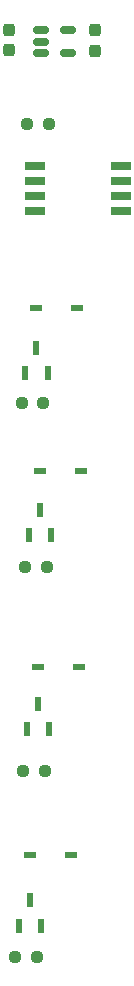
<source format=gbr>
%TF.GenerationSoftware,KiCad,Pcbnew,8.0.1*%
%TF.CreationDate,2025-01-22T20:34:06-07:00*%
%TF.ProjectId,VibrationBand,56696272-6174-4696-9f6e-42616e642e6b,rev?*%
%TF.SameCoordinates,Original*%
%TF.FileFunction,Paste,Top*%
%TF.FilePolarity,Positive*%
%FSLAX46Y46*%
G04 Gerber Fmt 4.6, Leading zero omitted, Abs format (unit mm)*
G04 Created by KiCad (PCBNEW 8.0.1) date 2025-01-22 20:34:06*
%MOMM*%
%LPD*%
G01*
G04 APERTURE LIST*
G04 Aperture macros list*
%AMRoundRect*
0 Rectangle with rounded corners*
0 $1 Rounding radius*
0 $2 $3 $4 $5 $6 $7 $8 $9 X,Y pos of 4 corners*
0 Add a 4 corners polygon primitive as box body*
4,1,4,$2,$3,$4,$5,$6,$7,$8,$9,$2,$3,0*
0 Add four circle primitives for the rounded corners*
1,1,$1+$1,$2,$3*
1,1,$1+$1,$4,$5*
1,1,$1+$1,$6,$7*
1,1,$1+$1,$8,$9*
0 Add four rect primitives between the rounded corners*
20,1,$1+$1,$2,$3,$4,$5,0*
20,1,$1+$1,$4,$5,$6,$7,0*
20,1,$1+$1,$6,$7,$8,$9,0*
20,1,$1+$1,$8,$9,$2,$3,0*%
G04 Aperture macros list end*
%ADD10RoundRect,0.237500X0.250000X0.237500X-0.250000X0.237500X-0.250000X-0.237500X0.250000X-0.237500X0*%
%ADD11R,1.111200X0.600800*%
%ADD12R,1.700000X0.650000*%
%ADD13R,0.558800X1.219200*%
%ADD14RoundRect,0.150000X-0.512500X-0.150000X0.512500X-0.150000X0.512500X0.150000X-0.512500X0.150000X0*%
%ADD15RoundRect,0.237500X0.237500X-0.300000X0.237500X0.300000X-0.237500X0.300000X-0.237500X-0.300000X0*%
%ADD16RoundRect,0.237500X-0.237500X0.300000X-0.237500X-0.300000X0.237500X-0.300000X0.237500X0.300000X0*%
%ADD17RoundRect,0.237500X-0.250000X-0.237500X0.250000X-0.237500X0.250000X0.237500X-0.250000X0.237500X0*%
G04 APERTURE END LIST*
D10*
%TO.C,R5*%
X109355000Y-135540000D03*
X107530000Y-135540000D03*
%TD*%
%TO.C,R1*%
X109910000Y-88670000D03*
X108085000Y-88670000D03*
%TD*%
D11*
%TO.C,D2*%
X113120000Y-94370000D03*
X109670000Y-94370000D03*
%TD*%
D12*
%TO.C,U1*%
X109235000Y-68610000D03*
X109235000Y-69880000D03*
X109235000Y-71150000D03*
X109235000Y-72420000D03*
X116535000Y-72420000D03*
X116535000Y-71150000D03*
X116535000Y-69880000D03*
X116535000Y-68610000D03*
%TD*%
D11*
%TO.C,D4*%
X112280000Y-126950000D03*
X108830000Y-126950000D03*
%TD*%
%TO.C,D3*%
X112930000Y-111030000D03*
X109480000Y-111030000D03*
%TD*%
D13*
%TO.C,TR4*%
X107849000Y-132896800D03*
X109754000Y-132896800D03*
X108801500Y-130763200D03*
%TD*%
D10*
%TO.C,R3*%
X110230000Y-102550000D03*
X108405000Y-102550000D03*
%TD*%
D14*
%TO.C,U2*%
X109740000Y-57100000D03*
X109740000Y-58050000D03*
X109740000Y-59000000D03*
X112015000Y-59000000D03*
X112015000Y-57100000D03*
%TD*%
D15*
%TO.C,C1*%
X107010000Y-58777500D03*
X107010000Y-57052500D03*
%TD*%
D13*
%TO.C,TR1*%
X108385000Y-86110000D03*
X110290000Y-86110000D03*
X109337500Y-83976400D03*
%TD*%
%TO.C,TR3*%
X108515000Y-116250000D03*
X110420000Y-116250000D03*
X109467500Y-114116400D03*
%TD*%
D10*
%TO.C,R4*%
X110070000Y-119810000D03*
X108245000Y-119810000D03*
%TD*%
D16*
%TO.C,C2*%
X114330000Y-57072500D03*
X114330000Y-58797500D03*
%TD*%
D17*
%TO.C,R2*%
X108570000Y-64990000D03*
X110395000Y-64990000D03*
%TD*%
D11*
%TO.C,D1*%
X112790000Y-80620000D03*
X109340000Y-80620000D03*
%TD*%
D13*
%TO.C,TR2*%
X108699000Y-99826800D03*
X110604000Y-99826800D03*
X109651500Y-97693200D03*
%TD*%
M02*

</source>
